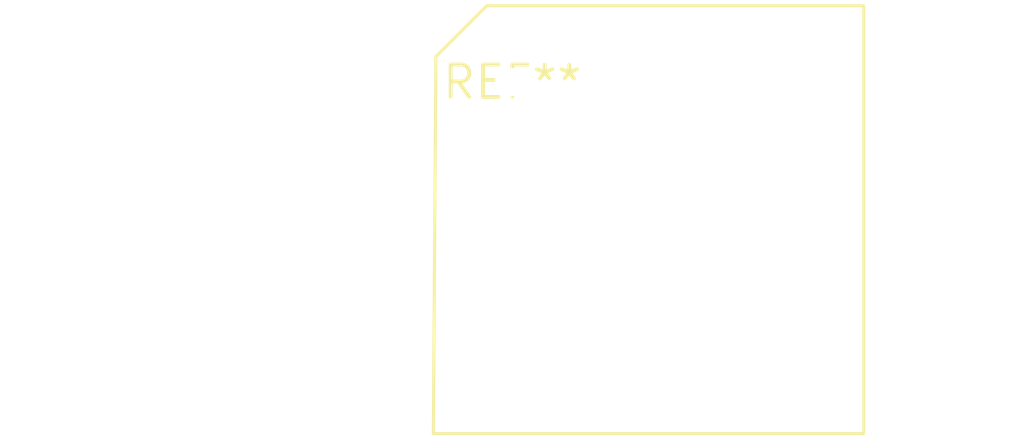
<source format=kicad_pcb>
(kicad_pcb (version 20240108) (generator pcbnew)
  (layers (0 "F.Cu" signal) (31 "B.Cu" signal) (34 "B.Paste" user) (35 "F.Paste" user) (36 "B.SilkS" user "B.Silkscreen") (37 "F.SilkS" user "F.Silkscreen") (38 "B.Mask" user) (39 "F.Mask" user) (44 "Edge.Cuts" user))
  (net 0 "")
  (footprint "Diode_Bridge_16.7x16.7x6.3mm_P10.8mm" (layer "F.Cu") (at 0 0)
    (property "Reference" "REF**")
    (property "Value" "Diode_Bridge_16.7x16.7x6.3mm_P10.8mm")
    (fp_line (start -3.1 13.8) (end 13.8 13.8) (layer "F.SilkS") (stroke (width 0.12)))
    (fp_line (start -3 -1) (end -3.1 13.8) (layer "F.SilkS") (stroke (width 0.12)))
    (fp_line (start -1 -3) (end -3 -1) (layer "F.SilkS") (stroke (width 0.12)))
    (fp_line (start 13.8 -3) (end -1 -3) (layer "F.SilkS") (stroke (width 0.12)))
    (fp_line (start 13.8 13.8) (end 13.8 -3) (layer "F.SilkS") (stroke (width 0.12)))
    (pad "1" thru_hole rect (at 0 0 180) (size 2 2) (drill 1.1) (layers *.Cu *.Mask) (remove_unused_layers))
    (pad "2" thru_hole circle (at 0.1 10.8 180) (size 2 2) (drill 1.1) (layers *.Cu *.Mask) (remove_unused_layers))
    (pad "3" thru_hole circle (at 10.8 10.8 180) (size 2 2) (drill 1.1) (layers *.Cu *.Mask) (remove_unused_layers))
    (pad "4" thru_hole circle (at 10.8 0 180) (size 2 2) (drill 1.1) (layers *.Cu *.Mask) (remove_unused_layers))
  )
)
</source>
